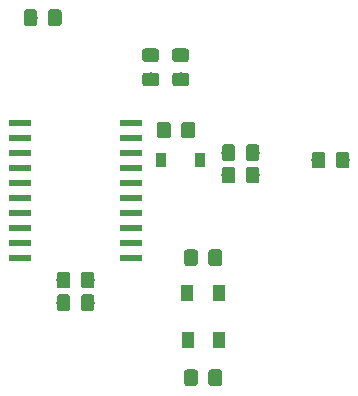
<source format=gbr>
G04 #@! TF.GenerationSoftware,KiCad,Pcbnew,(5.0.1)-4*
G04 #@! TF.CreationDate,2020-04-30T15:13:55+02:00*
G04 #@! TF.ProjectId,freqcounter,66726571636F756E7465722E6B696361,1*
G04 #@! TF.SameCoordinates,Original*
G04 #@! TF.FileFunction,Paste,Top*
G04 #@! TF.FilePolarity,Positive*
%FSLAX46Y46*%
G04 Gerber Fmt 4.6, Leading zero omitted, Abs format (unit mm)*
G04 Created by KiCad (PCBNEW (5.0.1)-4) date 30/04/2020 15:13:55*
%MOMM*%
%LPD*%
G01*
G04 APERTURE LIST*
%ADD10R,1.950000X0.600000*%
%ADD11C,0.100000*%
%ADD12C,1.150000*%
%ADD13R,0.900000X1.200000*%
%ADD14R,1.000000X1.400000*%
G04 APERTURE END LIST*
D10*
G04 #@! TO.C,U1*
X143130000Y-86995000D03*
X143130000Y-85725000D03*
X143130000Y-84455000D03*
X143130000Y-83185000D03*
X143130000Y-81915000D03*
X143130000Y-80645000D03*
X143130000Y-79375000D03*
X143130000Y-78105000D03*
X143130000Y-76835000D03*
X143130000Y-75565000D03*
X133730000Y-75565000D03*
X133730000Y-76835000D03*
X133730000Y-78105000D03*
X133730000Y-79375000D03*
X133730000Y-80645000D03*
X133730000Y-81915000D03*
X133730000Y-83185000D03*
X133730000Y-84455000D03*
X133730000Y-85725000D03*
X133730000Y-86995000D03*
G04 #@! TD*
D11*
G04 #@! TO.C,C1*
G36*
X137754505Y-90106204D02*
X137778773Y-90109804D01*
X137802572Y-90115765D01*
X137825671Y-90124030D01*
X137847850Y-90134520D01*
X137868893Y-90147132D01*
X137888599Y-90161747D01*
X137906777Y-90178223D01*
X137923253Y-90196401D01*
X137937868Y-90216107D01*
X137950480Y-90237150D01*
X137960970Y-90259329D01*
X137969235Y-90282428D01*
X137975196Y-90306227D01*
X137978796Y-90330495D01*
X137980000Y-90354999D01*
X137980000Y-91255001D01*
X137978796Y-91279505D01*
X137975196Y-91303773D01*
X137969235Y-91327572D01*
X137960970Y-91350671D01*
X137950480Y-91372850D01*
X137937868Y-91393893D01*
X137923253Y-91413599D01*
X137906777Y-91431777D01*
X137888599Y-91448253D01*
X137868893Y-91462868D01*
X137847850Y-91475480D01*
X137825671Y-91485970D01*
X137802572Y-91494235D01*
X137778773Y-91500196D01*
X137754505Y-91503796D01*
X137730001Y-91505000D01*
X137079999Y-91505000D01*
X137055495Y-91503796D01*
X137031227Y-91500196D01*
X137007428Y-91494235D01*
X136984329Y-91485970D01*
X136962150Y-91475480D01*
X136941107Y-91462868D01*
X136921401Y-91448253D01*
X136903223Y-91431777D01*
X136886747Y-91413599D01*
X136872132Y-91393893D01*
X136859520Y-91372850D01*
X136849030Y-91350671D01*
X136840765Y-91327572D01*
X136834804Y-91303773D01*
X136831204Y-91279505D01*
X136830000Y-91255001D01*
X136830000Y-90354999D01*
X136831204Y-90330495D01*
X136834804Y-90306227D01*
X136840765Y-90282428D01*
X136849030Y-90259329D01*
X136859520Y-90237150D01*
X136872132Y-90216107D01*
X136886747Y-90196401D01*
X136903223Y-90178223D01*
X136921401Y-90161747D01*
X136941107Y-90147132D01*
X136962150Y-90134520D01*
X136984329Y-90124030D01*
X137007428Y-90115765D01*
X137031227Y-90109804D01*
X137055495Y-90106204D01*
X137079999Y-90105000D01*
X137730001Y-90105000D01*
X137754505Y-90106204D01*
X137754505Y-90106204D01*
G37*
D12*
X137405000Y-90805000D03*
D11*
G36*
X139804505Y-90106204D02*
X139828773Y-90109804D01*
X139852572Y-90115765D01*
X139875671Y-90124030D01*
X139897850Y-90134520D01*
X139918893Y-90147132D01*
X139938599Y-90161747D01*
X139956777Y-90178223D01*
X139973253Y-90196401D01*
X139987868Y-90216107D01*
X140000480Y-90237150D01*
X140010970Y-90259329D01*
X140019235Y-90282428D01*
X140025196Y-90306227D01*
X140028796Y-90330495D01*
X140030000Y-90354999D01*
X140030000Y-91255001D01*
X140028796Y-91279505D01*
X140025196Y-91303773D01*
X140019235Y-91327572D01*
X140010970Y-91350671D01*
X140000480Y-91372850D01*
X139987868Y-91393893D01*
X139973253Y-91413599D01*
X139956777Y-91431777D01*
X139938599Y-91448253D01*
X139918893Y-91462868D01*
X139897850Y-91475480D01*
X139875671Y-91485970D01*
X139852572Y-91494235D01*
X139828773Y-91500196D01*
X139804505Y-91503796D01*
X139780001Y-91505000D01*
X139129999Y-91505000D01*
X139105495Y-91503796D01*
X139081227Y-91500196D01*
X139057428Y-91494235D01*
X139034329Y-91485970D01*
X139012150Y-91475480D01*
X138991107Y-91462868D01*
X138971401Y-91448253D01*
X138953223Y-91431777D01*
X138936747Y-91413599D01*
X138922132Y-91393893D01*
X138909520Y-91372850D01*
X138899030Y-91350671D01*
X138890765Y-91327572D01*
X138884804Y-91303773D01*
X138881204Y-91279505D01*
X138880000Y-91255001D01*
X138880000Y-90354999D01*
X138881204Y-90330495D01*
X138884804Y-90306227D01*
X138890765Y-90282428D01*
X138899030Y-90259329D01*
X138909520Y-90237150D01*
X138922132Y-90216107D01*
X138936747Y-90196401D01*
X138953223Y-90178223D01*
X138971401Y-90161747D01*
X138991107Y-90147132D01*
X139012150Y-90134520D01*
X139034329Y-90124030D01*
X139057428Y-90115765D01*
X139081227Y-90109804D01*
X139105495Y-90106204D01*
X139129999Y-90105000D01*
X139780001Y-90105000D01*
X139804505Y-90106204D01*
X139804505Y-90106204D01*
G37*
D12*
X139455000Y-90805000D03*
G04 #@! TD*
D11*
G04 #@! TO.C,C2*
G36*
X137754505Y-88201204D02*
X137778773Y-88204804D01*
X137802572Y-88210765D01*
X137825671Y-88219030D01*
X137847850Y-88229520D01*
X137868893Y-88242132D01*
X137888599Y-88256747D01*
X137906777Y-88273223D01*
X137923253Y-88291401D01*
X137937868Y-88311107D01*
X137950480Y-88332150D01*
X137960970Y-88354329D01*
X137969235Y-88377428D01*
X137975196Y-88401227D01*
X137978796Y-88425495D01*
X137980000Y-88449999D01*
X137980000Y-89350001D01*
X137978796Y-89374505D01*
X137975196Y-89398773D01*
X137969235Y-89422572D01*
X137960970Y-89445671D01*
X137950480Y-89467850D01*
X137937868Y-89488893D01*
X137923253Y-89508599D01*
X137906777Y-89526777D01*
X137888599Y-89543253D01*
X137868893Y-89557868D01*
X137847850Y-89570480D01*
X137825671Y-89580970D01*
X137802572Y-89589235D01*
X137778773Y-89595196D01*
X137754505Y-89598796D01*
X137730001Y-89600000D01*
X137079999Y-89600000D01*
X137055495Y-89598796D01*
X137031227Y-89595196D01*
X137007428Y-89589235D01*
X136984329Y-89580970D01*
X136962150Y-89570480D01*
X136941107Y-89557868D01*
X136921401Y-89543253D01*
X136903223Y-89526777D01*
X136886747Y-89508599D01*
X136872132Y-89488893D01*
X136859520Y-89467850D01*
X136849030Y-89445671D01*
X136840765Y-89422572D01*
X136834804Y-89398773D01*
X136831204Y-89374505D01*
X136830000Y-89350001D01*
X136830000Y-88449999D01*
X136831204Y-88425495D01*
X136834804Y-88401227D01*
X136840765Y-88377428D01*
X136849030Y-88354329D01*
X136859520Y-88332150D01*
X136872132Y-88311107D01*
X136886747Y-88291401D01*
X136903223Y-88273223D01*
X136921401Y-88256747D01*
X136941107Y-88242132D01*
X136962150Y-88229520D01*
X136984329Y-88219030D01*
X137007428Y-88210765D01*
X137031227Y-88204804D01*
X137055495Y-88201204D01*
X137079999Y-88200000D01*
X137730001Y-88200000D01*
X137754505Y-88201204D01*
X137754505Y-88201204D01*
G37*
D12*
X137405000Y-88900000D03*
D11*
G36*
X139804505Y-88201204D02*
X139828773Y-88204804D01*
X139852572Y-88210765D01*
X139875671Y-88219030D01*
X139897850Y-88229520D01*
X139918893Y-88242132D01*
X139938599Y-88256747D01*
X139956777Y-88273223D01*
X139973253Y-88291401D01*
X139987868Y-88311107D01*
X140000480Y-88332150D01*
X140010970Y-88354329D01*
X140019235Y-88377428D01*
X140025196Y-88401227D01*
X140028796Y-88425495D01*
X140030000Y-88449999D01*
X140030000Y-89350001D01*
X140028796Y-89374505D01*
X140025196Y-89398773D01*
X140019235Y-89422572D01*
X140010970Y-89445671D01*
X140000480Y-89467850D01*
X139987868Y-89488893D01*
X139973253Y-89508599D01*
X139956777Y-89526777D01*
X139938599Y-89543253D01*
X139918893Y-89557868D01*
X139897850Y-89570480D01*
X139875671Y-89580970D01*
X139852572Y-89589235D01*
X139828773Y-89595196D01*
X139804505Y-89598796D01*
X139780001Y-89600000D01*
X139129999Y-89600000D01*
X139105495Y-89598796D01*
X139081227Y-89595196D01*
X139057428Y-89589235D01*
X139034329Y-89580970D01*
X139012150Y-89570480D01*
X138991107Y-89557868D01*
X138971401Y-89543253D01*
X138953223Y-89526777D01*
X138936747Y-89508599D01*
X138922132Y-89488893D01*
X138909520Y-89467850D01*
X138899030Y-89445671D01*
X138890765Y-89422572D01*
X138884804Y-89398773D01*
X138881204Y-89374505D01*
X138880000Y-89350001D01*
X138880000Y-88449999D01*
X138881204Y-88425495D01*
X138884804Y-88401227D01*
X138890765Y-88377428D01*
X138899030Y-88354329D01*
X138909520Y-88332150D01*
X138922132Y-88311107D01*
X138936747Y-88291401D01*
X138953223Y-88273223D01*
X138971401Y-88256747D01*
X138991107Y-88242132D01*
X139012150Y-88229520D01*
X139034329Y-88219030D01*
X139057428Y-88210765D01*
X139081227Y-88204804D01*
X139105495Y-88201204D01*
X139129999Y-88200000D01*
X139780001Y-88200000D01*
X139804505Y-88201204D01*
X139804505Y-88201204D01*
G37*
D12*
X139455000Y-88900000D03*
G04 #@! TD*
D11*
G04 #@! TO.C,C3*
G36*
X153774505Y-79311204D02*
X153798773Y-79314804D01*
X153822572Y-79320765D01*
X153845671Y-79329030D01*
X153867850Y-79339520D01*
X153888893Y-79352132D01*
X153908599Y-79366747D01*
X153926777Y-79383223D01*
X153943253Y-79401401D01*
X153957868Y-79421107D01*
X153970480Y-79442150D01*
X153980970Y-79464329D01*
X153989235Y-79487428D01*
X153995196Y-79511227D01*
X153998796Y-79535495D01*
X154000000Y-79559999D01*
X154000000Y-80460001D01*
X153998796Y-80484505D01*
X153995196Y-80508773D01*
X153989235Y-80532572D01*
X153980970Y-80555671D01*
X153970480Y-80577850D01*
X153957868Y-80598893D01*
X153943253Y-80618599D01*
X153926777Y-80636777D01*
X153908599Y-80653253D01*
X153888893Y-80667868D01*
X153867850Y-80680480D01*
X153845671Y-80690970D01*
X153822572Y-80699235D01*
X153798773Y-80705196D01*
X153774505Y-80708796D01*
X153750001Y-80710000D01*
X153099999Y-80710000D01*
X153075495Y-80708796D01*
X153051227Y-80705196D01*
X153027428Y-80699235D01*
X153004329Y-80690970D01*
X152982150Y-80680480D01*
X152961107Y-80667868D01*
X152941401Y-80653253D01*
X152923223Y-80636777D01*
X152906747Y-80618599D01*
X152892132Y-80598893D01*
X152879520Y-80577850D01*
X152869030Y-80555671D01*
X152860765Y-80532572D01*
X152854804Y-80508773D01*
X152851204Y-80484505D01*
X152850000Y-80460001D01*
X152850000Y-79559999D01*
X152851204Y-79535495D01*
X152854804Y-79511227D01*
X152860765Y-79487428D01*
X152869030Y-79464329D01*
X152879520Y-79442150D01*
X152892132Y-79421107D01*
X152906747Y-79401401D01*
X152923223Y-79383223D01*
X152941401Y-79366747D01*
X152961107Y-79352132D01*
X152982150Y-79339520D01*
X153004329Y-79329030D01*
X153027428Y-79320765D01*
X153051227Y-79314804D01*
X153075495Y-79311204D01*
X153099999Y-79310000D01*
X153750001Y-79310000D01*
X153774505Y-79311204D01*
X153774505Y-79311204D01*
G37*
D12*
X153425000Y-80010000D03*
D11*
G36*
X151724505Y-79311204D02*
X151748773Y-79314804D01*
X151772572Y-79320765D01*
X151795671Y-79329030D01*
X151817850Y-79339520D01*
X151838893Y-79352132D01*
X151858599Y-79366747D01*
X151876777Y-79383223D01*
X151893253Y-79401401D01*
X151907868Y-79421107D01*
X151920480Y-79442150D01*
X151930970Y-79464329D01*
X151939235Y-79487428D01*
X151945196Y-79511227D01*
X151948796Y-79535495D01*
X151950000Y-79559999D01*
X151950000Y-80460001D01*
X151948796Y-80484505D01*
X151945196Y-80508773D01*
X151939235Y-80532572D01*
X151930970Y-80555671D01*
X151920480Y-80577850D01*
X151907868Y-80598893D01*
X151893253Y-80618599D01*
X151876777Y-80636777D01*
X151858599Y-80653253D01*
X151838893Y-80667868D01*
X151817850Y-80680480D01*
X151795671Y-80690970D01*
X151772572Y-80699235D01*
X151748773Y-80705196D01*
X151724505Y-80708796D01*
X151700001Y-80710000D01*
X151049999Y-80710000D01*
X151025495Y-80708796D01*
X151001227Y-80705196D01*
X150977428Y-80699235D01*
X150954329Y-80690970D01*
X150932150Y-80680480D01*
X150911107Y-80667868D01*
X150891401Y-80653253D01*
X150873223Y-80636777D01*
X150856747Y-80618599D01*
X150842132Y-80598893D01*
X150829520Y-80577850D01*
X150819030Y-80555671D01*
X150810765Y-80532572D01*
X150804804Y-80508773D01*
X150801204Y-80484505D01*
X150800000Y-80460001D01*
X150800000Y-79559999D01*
X150801204Y-79535495D01*
X150804804Y-79511227D01*
X150810765Y-79487428D01*
X150819030Y-79464329D01*
X150829520Y-79442150D01*
X150842132Y-79421107D01*
X150856747Y-79401401D01*
X150873223Y-79383223D01*
X150891401Y-79366747D01*
X150911107Y-79352132D01*
X150932150Y-79339520D01*
X150954329Y-79329030D01*
X150977428Y-79320765D01*
X151001227Y-79314804D01*
X151025495Y-79311204D01*
X151049999Y-79310000D01*
X151700001Y-79310000D01*
X151724505Y-79311204D01*
X151724505Y-79311204D01*
G37*
D12*
X151375000Y-80010000D03*
G04 #@! TD*
D11*
G04 #@! TO.C,C4*
G36*
X148549505Y-86296204D02*
X148573773Y-86299804D01*
X148597572Y-86305765D01*
X148620671Y-86314030D01*
X148642850Y-86324520D01*
X148663893Y-86337132D01*
X148683599Y-86351747D01*
X148701777Y-86368223D01*
X148718253Y-86386401D01*
X148732868Y-86406107D01*
X148745480Y-86427150D01*
X148755970Y-86449329D01*
X148764235Y-86472428D01*
X148770196Y-86496227D01*
X148773796Y-86520495D01*
X148775000Y-86544999D01*
X148775000Y-87445001D01*
X148773796Y-87469505D01*
X148770196Y-87493773D01*
X148764235Y-87517572D01*
X148755970Y-87540671D01*
X148745480Y-87562850D01*
X148732868Y-87583893D01*
X148718253Y-87603599D01*
X148701777Y-87621777D01*
X148683599Y-87638253D01*
X148663893Y-87652868D01*
X148642850Y-87665480D01*
X148620671Y-87675970D01*
X148597572Y-87684235D01*
X148573773Y-87690196D01*
X148549505Y-87693796D01*
X148525001Y-87695000D01*
X147874999Y-87695000D01*
X147850495Y-87693796D01*
X147826227Y-87690196D01*
X147802428Y-87684235D01*
X147779329Y-87675970D01*
X147757150Y-87665480D01*
X147736107Y-87652868D01*
X147716401Y-87638253D01*
X147698223Y-87621777D01*
X147681747Y-87603599D01*
X147667132Y-87583893D01*
X147654520Y-87562850D01*
X147644030Y-87540671D01*
X147635765Y-87517572D01*
X147629804Y-87493773D01*
X147626204Y-87469505D01*
X147625000Y-87445001D01*
X147625000Y-86544999D01*
X147626204Y-86520495D01*
X147629804Y-86496227D01*
X147635765Y-86472428D01*
X147644030Y-86449329D01*
X147654520Y-86427150D01*
X147667132Y-86406107D01*
X147681747Y-86386401D01*
X147698223Y-86368223D01*
X147716401Y-86351747D01*
X147736107Y-86337132D01*
X147757150Y-86324520D01*
X147779329Y-86314030D01*
X147802428Y-86305765D01*
X147826227Y-86299804D01*
X147850495Y-86296204D01*
X147874999Y-86295000D01*
X148525001Y-86295000D01*
X148549505Y-86296204D01*
X148549505Y-86296204D01*
G37*
D12*
X148200000Y-86995000D03*
D11*
G36*
X150599505Y-86296204D02*
X150623773Y-86299804D01*
X150647572Y-86305765D01*
X150670671Y-86314030D01*
X150692850Y-86324520D01*
X150713893Y-86337132D01*
X150733599Y-86351747D01*
X150751777Y-86368223D01*
X150768253Y-86386401D01*
X150782868Y-86406107D01*
X150795480Y-86427150D01*
X150805970Y-86449329D01*
X150814235Y-86472428D01*
X150820196Y-86496227D01*
X150823796Y-86520495D01*
X150825000Y-86544999D01*
X150825000Y-87445001D01*
X150823796Y-87469505D01*
X150820196Y-87493773D01*
X150814235Y-87517572D01*
X150805970Y-87540671D01*
X150795480Y-87562850D01*
X150782868Y-87583893D01*
X150768253Y-87603599D01*
X150751777Y-87621777D01*
X150733599Y-87638253D01*
X150713893Y-87652868D01*
X150692850Y-87665480D01*
X150670671Y-87675970D01*
X150647572Y-87684235D01*
X150623773Y-87690196D01*
X150599505Y-87693796D01*
X150575001Y-87695000D01*
X149924999Y-87695000D01*
X149900495Y-87693796D01*
X149876227Y-87690196D01*
X149852428Y-87684235D01*
X149829329Y-87675970D01*
X149807150Y-87665480D01*
X149786107Y-87652868D01*
X149766401Y-87638253D01*
X149748223Y-87621777D01*
X149731747Y-87603599D01*
X149717132Y-87583893D01*
X149704520Y-87562850D01*
X149694030Y-87540671D01*
X149685765Y-87517572D01*
X149679804Y-87493773D01*
X149676204Y-87469505D01*
X149675000Y-87445001D01*
X149675000Y-86544999D01*
X149676204Y-86520495D01*
X149679804Y-86496227D01*
X149685765Y-86472428D01*
X149694030Y-86449329D01*
X149704520Y-86427150D01*
X149717132Y-86406107D01*
X149731747Y-86386401D01*
X149748223Y-86368223D01*
X149766401Y-86351747D01*
X149786107Y-86337132D01*
X149807150Y-86324520D01*
X149829329Y-86314030D01*
X149852428Y-86305765D01*
X149876227Y-86299804D01*
X149900495Y-86296204D01*
X149924999Y-86295000D01*
X150575001Y-86295000D01*
X150599505Y-86296204D01*
X150599505Y-86296204D01*
G37*
D12*
X150250000Y-86995000D03*
G04 #@! TD*
D11*
G04 #@! TO.C,C5*
G36*
X150599505Y-96456204D02*
X150623773Y-96459804D01*
X150647572Y-96465765D01*
X150670671Y-96474030D01*
X150692850Y-96484520D01*
X150713893Y-96497132D01*
X150733599Y-96511747D01*
X150751777Y-96528223D01*
X150768253Y-96546401D01*
X150782868Y-96566107D01*
X150795480Y-96587150D01*
X150805970Y-96609329D01*
X150814235Y-96632428D01*
X150820196Y-96656227D01*
X150823796Y-96680495D01*
X150825000Y-96704999D01*
X150825000Y-97605001D01*
X150823796Y-97629505D01*
X150820196Y-97653773D01*
X150814235Y-97677572D01*
X150805970Y-97700671D01*
X150795480Y-97722850D01*
X150782868Y-97743893D01*
X150768253Y-97763599D01*
X150751777Y-97781777D01*
X150733599Y-97798253D01*
X150713893Y-97812868D01*
X150692850Y-97825480D01*
X150670671Y-97835970D01*
X150647572Y-97844235D01*
X150623773Y-97850196D01*
X150599505Y-97853796D01*
X150575001Y-97855000D01*
X149924999Y-97855000D01*
X149900495Y-97853796D01*
X149876227Y-97850196D01*
X149852428Y-97844235D01*
X149829329Y-97835970D01*
X149807150Y-97825480D01*
X149786107Y-97812868D01*
X149766401Y-97798253D01*
X149748223Y-97781777D01*
X149731747Y-97763599D01*
X149717132Y-97743893D01*
X149704520Y-97722850D01*
X149694030Y-97700671D01*
X149685765Y-97677572D01*
X149679804Y-97653773D01*
X149676204Y-97629505D01*
X149675000Y-97605001D01*
X149675000Y-96704999D01*
X149676204Y-96680495D01*
X149679804Y-96656227D01*
X149685765Y-96632428D01*
X149694030Y-96609329D01*
X149704520Y-96587150D01*
X149717132Y-96566107D01*
X149731747Y-96546401D01*
X149748223Y-96528223D01*
X149766401Y-96511747D01*
X149786107Y-96497132D01*
X149807150Y-96484520D01*
X149829329Y-96474030D01*
X149852428Y-96465765D01*
X149876227Y-96459804D01*
X149900495Y-96456204D01*
X149924999Y-96455000D01*
X150575001Y-96455000D01*
X150599505Y-96456204D01*
X150599505Y-96456204D01*
G37*
D12*
X150250000Y-97155000D03*
D11*
G36*
X148549505Y-96456204D02*
X148573773Y-96459804D01*
X148597572Y-96465765D01*
X148620671Y-96474030D01*
X148642850Y-96484520D01*
X148663893Y-96497132D01*
X148683599Y-96511747D01*
X148701777Y-96528223D01*
X148718253Y-96546401D01*
X148732868Y-96566107D01*
X148745480Y-96587150D01*
X148755970Y-96609329D01*
X148764235Y-96632428D01*
X148770196Y-96656227D01*
X148773796Y-96680495D01*
X148775000Y-96704999D01*
X148775000Y-97605001D01*
X148773796Y-97629505D01*
X148770196Y-97653773D01*
X148764235Y-97677572D01*
X148755970Y-97700671D01*
X148745480Y-97722850D01*
X148732868Y-97743893D01*
X148718253Y-97763599D01*
X148701777Y-97781777D01*
X148683599Y-97798253D01*
X148663893Y-97812868D01*
X148642850Y-97825480D01*
X148620671Y-97835970D01*
X148597572Y-97844235D01*
X148573773Y-97850196D01*
X148549505Y-97853796D01*
X148525001Y-97855000D01*
X147874999Y-97855000D01*
X147850495Y-97853796D01*
X147826227Y-97850196D01*
X147802428Y-97844235D01*
X147779329Y-97835970D01*
X147757150Y-97825480D01*
X147736107Y-97812868D01*
X147716401Y-97798253D01*
X147698223Y-97781777D01*
X147681747Y-97763599D01*
X147667132Y-97743893D01*
X147654520Y-97722850D01*
X147644030Y-97700671D01*
X147635765Y-97677572D01*
X147629804Y-97653773D01*
X147626204Y-97629505D01*
X147625000Y-97605001D01*
X147625000Y-96704999D01*
X147626204Y-96680495D01*
X147629804Y-96656227D01*
X147635765Y-96632428D01*
X147644030Y-96609329D01*
X147654520Y-96587150D01*
X147667132Y-96566107D01*
X147681747Y-96546401D01*
X147698223Y-96528223D01*
X147716401Y-96511747D01*
X147736107Y-96497132D01*
X147757150Y-96484520D01*
X147779329Y-96474030D01*
X147802428Y-96465765D01*
X147826227Y-96459804D01*
X147850495Y-96456204D01*
X147874999Y-96455000D01*
X148525001Y-96455000D01*
X148549505Y-96456204D01*
X148549505Y-96456204D01*
G37*
D12*
X148200000Y-97155000D03*
G04 #@! TD*
D13*
G04 #@! TO.C,D1*
X148970000Y-78740000D03*
X145670000Y-78740000D03*
G04 #@! TD*
D11*
G04 #@! TO.C,R1*
G36*
X159344505Y-78041204D02*
X159368773Y-78044804D01*
X159392572Y-78050765D01*
X159415671Y-78059030D01*
X159437850Y-78069520D01*
X159458893Y-78082132D01*
X159478599Y-78096747D01*
X159496777Y-78113223D01*
X159513253Y-78131401D01*
X159527868Y-78151107D01*
X159540480Y-78172150D01*
X159550970Y-78194329D01*
X159559235Y-78217428D01*
X159565196Y-78241227D01*
X159568796Y-78265495D01*
X159570000Y-78289999D01*
X159570000Y-79190001D01*
X159568796Y-79214505D01*
X159565196Y-79238773D01*
X159559235Y-79262572D01*
X159550970Y-79285671D01*
X159540480Y-79307850D01*
X159527868Y-79328893D01*
X159513253Y-79348599D01*
X159496777Y-79366777D01*
X159478599Y-79383253D01*
X159458893Y-79397868D01*
X159437850Y-79410480D01*
X159415671Y-79420970D01*
X159392572Y-79429235D01*
X159368773Y-79435196D01*
X159344505Y-79438796D01*
X159320001Y-79440000D01*
X158669999Y-79440000D01*
X158645495Y-79438796D01*
X158621227Y-79435196D01*
X158597428Y-79429235D01*
X158574329Y-79420970D01*
X158552150Y-79410480D01*
X158531107Y-79397868D01*
X158511401Y-79383253D01*
X158493223Y-79366777D01*
X158476747Y-79348599D01*
X158462132Y-79328893D01*
X158449520Y-79307850D01*
X158439030Y-79285671D01*
X158430765Y-79262572D01*
X158424804Y-79238773D01*
X158421204Y-79214505D01*
X158420000Y-79190001D01*
X158420000Y-78289999D01*
X158421204Y-78265495D01*
X158424804Y-78241227D01*
X158430765Y-78217428D01*
X158439030Y-78194329D01*
X158449520Y-78172150D01*
X158462132Y-78151107D01*
X158476747Y-78131401D01*
X158493223Y-78113223D01*
X158511401Y-78096747D01*
X158531107Y-78082132D01*
X158552150Y-78069520D01*
X158574329Y-78059030D01*
X158597428Y-78050765D01*
X158621227Y-78044804D01*
X158645495Y-78041204D01*
X158669999Y-78040000D01*
X159320001Y-78040000D01*
X159344505Y-78041204D01*
X159344505Y-78041204D01*
G37*
D12*
X158995000Y-78740000D03*
D11*
G36*
X161394505Y-78041204D02*
X161418773Y-78044804D01*
X161442572Y-78050765D01*
X161465671Y-78059030D01*
X161487850Y-78069520D01*
X161508893Y-78082132D01*
X161528599Y-78096747D01*
X161546777Y-78113223D01*
X161563253Y-78131401D01*
X161577868Y-78151107D01*
X161590480Y-78172150D01*
X161600970Y-78194329D01*
X161609235Y-78217428D01*
X161615196Y-78241227D01*
X161618796Y-78265495D01*
X161620000Y-78289999D01*
X161620000Y-79190001D01*
X161618796Y-79214505D01*
X161615196Y-79238773D01*
X161609235Y-79262572D01*
X161600970Y-79285671D01*
X161590480Y-79307850D01*
X161577868Y-79328893D01*
X161563253Y-79348599D01*
X161546777Y-79366777D01*
X161528599Y-79383253D01*
X161508893Y-79397868D01*
X161487850Y-79410480D01*
X161465671Y-79420970D01*
X161442572Y-79429235D01*
X161418773Y-79435196D01*
X161394505Y-79438796D01*
X161370001Y-79440000D01*
X160719999Y-79440000D01*
X160695495Y-79438796D01*
X160671227Y-79435196D01*
X160647428Y-79429235D01*
X160624329Y-79420970D01*
X160602150Y-79410480D01*
X160581107Y-79397868D01*
X160561401Y-79383253D01*
X160543223Y-79366777D01*
X160526747Y-79348599D01*
X160512132Y-79328893D01*
X160499520Y-79307850D01*
X160489030Y-79285671D01*
X160480765Y-79262572D01*
X160474804Y-79238773D01*
X160471204Y-79214505D01*
X160470000Y-79190001D01*
X160470000Y-78289999D01*
X160471204Y-78265495D01*
X160474804Y-78241227D01*
X160480765Y-78217428D01*
X160489030Y-78194329D01*
X160499520Y-78172150D01*
X160512132Y-78151107D01*
X160526747Y-78131401D01*
X160543223Y-78113223D01*
X160561401Y-78096747D01*
X160581107Y-78082132D01*
X160602150Y-78069520D01*
X160624329Y-78059030D01*
X160647428Y-78050765D01*
X160671227Y-78044804D01*
X160695495Y-78041204D01*
X160719999Y-78040000D01*
X161370001Y-78040000D01*
X161394505Y-78041204D01*
X161394505Y-78041204D01*
G37*
D12*
X161045000Y-78740000D03*
G04 #@! TD*
D11*
G04 #@! TO.C,R2*
G36*
X137019505Y-65976204D02*
X137043773Y-65979804D01*
X137067572Y-65985765D01*
X137090671Y-65994030D01*
X137112850Y-66004520D01*
X137133893Y-66017132D01*
X137153599Y-66031747D01*
X137171777Y-66048223D01*
X137188253Y-66066401D01*
X137202868Y-66086107D01*
X137215480Y-66107150D01*
X137225970Y-66129329D01*
X137234235Y-66152428D01*
X137240196Y-66176227D01*
X137243796Y-66200495D01*
X137245000Y-66224999D01*
X137245000Y-67125001D01*
X137243796Y-67149505D01*
X137240196Y-67173773D01*
X137234235Y-67197572D01*
X137225970Y-67220671D01*
X137215480Y-67242850D01*
X137202868Y-67263893D01*
X137188253Y-67283599D01*
X137171777Y-67301777D01*
X137153599Y-67318253D01*
X137133893Y-67332868D01*
X137112850Y-67345480D01*
X137090671Y-67355970D01*
X137067572Y-67364235D01*
X137043773Y-67370196D01*
X137019505Y-67373796D01*
X136995001Y-67375000D01*
X136344999Y-67375000D01*
X136320495Y-67373796D01*
X136296227Y-67370196D01*
X136272428Y-67364235D01*
X136249329Y-67355970D01*
X136227150Y-67345480D01*
X136206107Y-67332868D01*
X136186401Y-67318253D01*
X136168223Y-67301777D01*
X136151747Y-67283599D01*
X136137132Y-67263893D01*
X136124520Y-67242850D01*
X136114030Y-67220671D01*
X136105765Y-67197572D01*
X136099804Y-67173773D01*
X136096204Y-67149505D01*
X136095000Y-67125001D01*
X136095000Y-66224999D01*
X136096204Y-66200495D01*
X136099804Y-66176227D01*
X136105765Y-66152428D01*
X136114030Y-66129329D01*
X136124520Y-66107150D01*
X136137132Y-66086107D01*
X136151747Y-66066401D01*
X136168223Y-66048223D01*
X136186401Y-66031747D01*
X136206107Y-66017132D01*
X136227150Y-66004520D01*
X136249329Y-65994030D01*
X136272428Y-65985765D01*
X136296227Y-65979804D01*
X136320495Y-65976204D01*
X136344999Y-65975000D01*
X136995001Y-65975000D01*
X137019505Y-65976204D01*
X137019505Y-65976204D01*
G37*
D12*
X136670000Y-66675000D03*
D11*
G36*
X134969505Y-65976204D02*
X134993773Y-65979804D01*
X135017572Y-65985765D01*
X135040671Y-65994030D01*
X135062850Y-66004520D01*
X135083893Y-66017132D01*
X135103599Y-66031747D01*
X135121777Y-66048223D01*
X135138253Y-66066401D01*
X135152868Y-66086107D01*
X135165480Y-66107150D01*
X135175970Y-66129329D01*
X135184235Y-66152428D01*
X135190196Y-66176227D01*
X135193796Y-66200495D01*
X135195000Y-66224999D01*
X135195000Y-67125001D01*
X135193796Y-67149505D01*
X135190196Y-67173773D01*
X135184235Y-67197572D01*
X135175970Y-67220671D01*
X135165480Y-67242850D01*
X135152868Y-67263893D01*
X135138253Y-67283599D01*
X135121777Y-67301777D01*
X135103599Y-67318253D01*
X135083893Y-67332868D01*
X135062850Y-67345480D01*
X135040671Y-67355970D01*
X135017572Y-67364235D01*
X134993773Y-67370196D01*
X134969505Y-67373796D01*
X134945001Y-67375000D01*
X134294999Y-67375000D01*
X134270495Y-67373796D01*
X134246227Y-67370196D01*
X134222428Y-67364235D01*
X134199329Y-67355970D01*
X134177150Y-67345480D01*
X134156107Y-67332868D01*
X134136401Y-67318253D01*
X134118223Y-67301777D01*
X134101747Y-67283599D01*
X134087132Y-67263893D01*
X134074520Y-67242850D01*
X134064030Y-67220671D01*
X134055765Y-67197572D01*
X134049804Y-67173773D01*
X134046204Y-67149505D01*
X134045000Y-67125001D01*
X134045000Y-66224999D01*
X134046204Y-66200495D01*
X134049804Y-66176227D01*
X134055765Y-66152428D01*
X134064030Y-66129329D01*
X134074520Y-66107150D01*
X134087132Y-66086107D01*
X134101747Y-66066401D01*
X134118223Y-66048223D01*
X134136401Y-66031747D01*
X134156107Y-66017132D01*
X134177150Y-66004520D01*
X134199329Y-65994030D01*
X134222428Y-65985765D01*
X134246227Y-65979804D01*
X134270495Y-65976204D01*
X134294999Y-65975000D01*
X134945001Y-65975000D01*
X134969505Y-65976204D01*
X134969505Y-65976204D01*
G37*
D12*
X134620000Y-66675000D03*
G04 #@! TD*
D11*
G04 #@! TO.C,R3*
G36*
X146254505Y-75501204D02*
X146278773Y-75504804D01*
X146302572Y-75510765D01*
X146325671Y-75519030D01*
X146347850Y-75529520D01*
X146368893Y-75542132D01*
X146388599Y-75556747D01*
X146406777Y-75573223D01*
X146423253Y-75591401D01*
X146437868Y-75611107D01*
X146450480Y-75632150D01*
X146460970Y-75654329D01*
X146469235Y-75677428D01*
X146475196Y-75701227D01*
X146478796Y-75725495D01*
X146480000Y-75749999D01*
X146480000Y-76650001D01*
X146478796Y-76674505D01*
X146475196Y-76698773D01*
X146469235Y-76722572D01*
X146460970Y-76745671D01*
X146450480Y-76767850D01*
X146437868Y-76788893D01*
X146423253Y-76808599D01*
X146406777Y-76826777D01*
X146388599Y-76843253D01*
X146368893Y-76857868D01*
X146347850Y-76870480D01*
X146325671Y-76880970D01*
X146302572Y-76889235D01*
X146278773Y-76895196D01*
X146254505Y-76898796D01*
X146230001Y-76900000D01*
X145579999Y-76900000D01*
X145555495Y-76898796D01*
X145531227Y-76895196D01*
X145507428Y-76889235D01*
X145484329Y-76880970D01*
X145462150Y-76870480D01*
X145441107Y-76857868D01*
X145421401Y-76843253D01*
X145403223Y-76826777D01*
X145386747Y-76808599D01*
X145372132Y-76788893D01*
X145359520Y-76767850D01*
X145349030Y-76745671D01*
X145340765Y-76722572D01*
X145334804Y-76698773D01*
X145331204Y-76674505D01*
X145330000Y-76650001D01*
X145330000Y-75749999D01*
X145331204Y-75725495D01*
X145334804Y-75701227D01*
X145340765Y-75677428D01*
X145349030Y-75654329D01*
X145359520Y-75632150D01*
X145372132Y-75611107D01*
X145386747Y-75591401D01*
X145403223Y-75573223D01*
X145421401Y-75556747D01*
X145441107Y-75542132D01*
X145462150Y-75529520D01*
X145484329Y-75519030D01*
X145507428Y-75510765D01*
X145531227Y-75504804D01*
X145555495Y-75501204D01*
X145579999Y-75500000D01*
X146230001Y-75500000D01*
X146254505Y-75501204D01*
X146254505Y-75501204D01*
G37*
D12*
X145905000Y-76200000D03*
D11*
G36*
X148304505Y-75501204D02*
X148328773Y-75504804D01*
X148352572Y-75510765D01*
X148375671Y-75519030D01*
X148397850Y-75529520D01*
X148418893Y-75542132D01*
X148438599Y-75556747D01*
X148456777Y-75573223D01*
X148473253Y-75591401D01*
X148487868Y-75611107D01*
X148500480Y-75632150D01*
X148510970Y-75654329D01*
X148519235Y-75677428D01*
X148525196Y-75701227D01*
X148528796Y-75725495D01*
X148530000Y-75749999D01*
X148530000Y-76650001D01*
X148528796Y-76674505D01*
X148525196Y-76698773D01*
X148519235Y-76722572D01*
X148510970Y-76745671D01*
X148500480Y-76767850D01*
X148487868Y-76788893D01*
X148473253Y-76808599D01*
X148456777Y-76826777D01*
X148438599Y-76843253D01*
X148418893Y-76857868D01*
X148397850Y-76870480D01*
X148375671Y-76880970D01*
X148352572Y-76889235D01*
X148328773Y-76895196D01*
X148304505Y-76898796D01*
X148280001Y-76900000D01*
X147629999Y-76900000D01*
X147605495Y-76898796D01*
X147581227Y-76895196D01*
X147557428Y-76889235D01*
X147534329Y-76880970D01*
X147512150Y-76870480D01*
X147491107Y-76857868D01*
X147471401Y-76843253D01*
X147453223Y-76826777D01*
X147436747Y-76808599D01*
X147422132Y-76788893D01*
X147409520Y-76767850D01*
X147399030Y-76745671D01*
X147390765Y-76722572D01*
X147384804Y-76698773D01*
X147381204Y-76674505D01*
X147380000Y-76650001D01*
X147380000Y-75749999D01*
X147381204Y-75725495D01*
X147384804Y-75701227D01*
X147390765Y-75677428D01*
X147399030Y-75654329D01*
X147409520Y-75632150D01*
X147422132Y-75611107D01*
X147436747Y-75591401D01*
X147453223Y-75573223D01*
X147471401Y-75556747D01*
X147491107Y-75542132D01*
X147512150Y-75529520D01*
X147534329Y-75519030D01*
X147557428Y-75510765D01*
X147581227Y-75504804D01*
X147605495Y-75501204D01*
X147629999Y-75500000D01*
X148280001Y-75500000D01*
X148304505Y-75501204D01*
X148304505Y-75501204D01*
G37*
D12*
X147955000Y-76200000D03*
G04 #@! TD*
D11*
G04 #@! TO.C,R4*
G36*
X153774505Y-77406204D02*
X153798773Y-77409804D01*
X153822572Y-77415765D01*
X153845671Y-77424030D01*
X153867850Y-77434520D01*
X153888893Y-77447132D01*
X153908599Y-77461747D01*
X153926777Y-77478223D01*
X153943253Y-77496401D01*
X153957868Y-77516107D01*
X153970480Y-77537150D01*
X153980970Y-77559329D01*
X153989235Y-77582428D01*
X153995196Y-77606227D01*
X153998796Y-77630495D01*
X154000000Y-77654999D01*
X154000000Y-78555001D01*
X153998796Y-78579505D01*
X153995196Y-78603773D01*
X153989235Y-78627572D01*
X153980970Y-78650671D01*
X153970480Y-78672850D01*
X153957868Y-78693893D01*
X153943253Y-78713599D01*
X153926777Y-78731777D01*
X153908599Y-78748253D01*
X153888893Y-78762868D01*
X153867850Y-78775480D01*
X153845671Y-78785970D01*
X153822572Y-78794235D01*
X153798773Y-78800196D01*
X153774505Y-78803796D01*
X153750001Y-78805000D01*
X153099999Y-78805000D01*
X153075495Y-78803796D01*
X153051227Y-78800196D01*
X153027428Y-78794235D01*
X153004329Y-78785970D01*
X152982150Y-78775480D01*
X152961107Y-78762868D01*
X152941401Y-78748253D01*
X152923223Y-78731777D01*
X152906747Y-78713599D01*
X152892132Y-78693893D01*
X152879520Y-78672850D01*
X152869030Y-78650671D01*
X152860765Y-78627572D01*
X152854804Y-78603773D01*
X152851204Y-78579505D01*
X152850000Y-78555001D01*
X152850000Y-77654999D01*
X152851204Y-77630495D01*
X152854804Y-77606227D01*
X152860765Y-77582428D01*
X152869030Y-77559329D01*
X152879520Y-77537150D01*
X152892132Y-77516107D01*
X152906747Y-77496401D01*
X152923223Y-77478223D01*
X152941401Y-77461747D01*
X152961107Y-77447132D01*
X152982150Y-77434520D01*
X153004329Y-77424030D01*
X153027428Y-77415765D01*
X153051227Y-77409804D01*
X153075495Y-77406204D01*
X153099999Y-77405000D01*
X153750001Y-77405000D01*
X153774505Y-77406204D01*
X153774505Y-77406204D01*
G37*
D12*
X153425000Y-78105000D03*
D11*
G36*
X151724505Y-77406204D02*
X151748773Y-77409804D01*
X151772572Y-77415765D01*
X151795671Y-77424030D01*
X151817850Y-77434520D01*
X151838893Y-77447132D01*
X151858599Y-77461747D01*
X151876777Y-77478223D01*
X151893253Y-77496401D01*
X151907868Y-77516107D01*
X151920480Y-77537150D01*
X151930970Y-77559329D01*
X151939235Y-77582428D01*
X151945196Y-77606227D01*
X151948796Y-77630495D01*
X151950000Y-77654999D01*
X151950000Y-78555001D01*
X151948796Y-78579505D01*
X151945196Y-78603773D01*
X151939235Y-78627572D01*
X151930970Y-78650671D01*
X151920480Y-78672850D01*
X151907868Y-78693893D01*
X151893253Y-78713599D01*
X151876777Y-78731777D01*
X151858599Y-78748253D01*
X151838893Y-78762868D01*
X151817850Y-78775480D01*
X151795671Y-78785970D01*
X151772572Y-78794235D01*
X151748773Y-78800196D01*
X151724505Y-78803796D01*
X151700001Y-78805000D01*
X151049999Y-78805000D01*
X151025495Y-78803796D01*
X151001227Y-78800196D01*
X150977428Y-78794235D01*
X150954329Y-78785970D01*
X150932150Y-78775480D01*
X150911107Y-78762868D01*
X150891401Y-78748253D01*
X150873223Y-78731777D01*
X150856747Y-78713599D01*
X150842132Y-78693893D01*
X150829520Y-78672850D01*
X150819030Y-78650671D01*
X150810765Y-78627572D01*
X150804804Y-78603773D01*
X150801204Y-78579505D01*
X150800000Y-78555001D01*
X150800000Y-77654999D01*
X150801204Y-77630495D01*
X150804804Y-77606227D01*
X150810765Y-77582428D01*
X150819030Y-77559329D01*
X150829520Y-77537150D01*
X150842132Y-77516107D01*
X150856747Y-77496401D01*
X150873223Y-77478223D01*
X150891401Y-77461747D01*
X150911107Y-77447132D01*
X150932150Y-77434520D01*
X150954329Y-77424030D01*
X150977428Y-77415765D01*
X151001227Y-77409804D01*
X151025495Y-77406204D01*
X151049999Y-77405000D01*
X151700001Y-77405000D01*
X151724505Y-77406204D01*
X151724505Y-77406204D01*
G37*
D12*
X151375000Y-78105000D03*
G04 #@! TD*
D14*
G04 #@! TO.C,U2*
X147855000Y-89980000D03*
X147955000Y-93980000D03*
X150555000Y-93980000D03*
X150555000Y-89980000D03*
G04 #@! TD*
D11*
G04 #@! TO.C,R5*
G36*
X145254505Y-71326204D02*
X145278773Y-71329804D01*
X145302572Y-71335765D01*
X145325671Y-71344030D01*
X145347850Y-71354520D01*
X145368893Y-71367132D01*
X145388599Y-71381747D01*
X145406777Y-71398223D01*
X145423253Y-71416401D01*
X145437868Y-71436107D01*
X145450480Y-71457150D01*
X145460970Y-71479329D01*
X145469235Y-71502428D01*
X145475196Y-71526227D01*
X145478796Y-71550495D01*
X145480000Y-71574999D01*
X145480000Y-72225001D01*
X145478796Y-72249505D01*
X145475196Y-72273773D01*
X145469235Y-72297572D01*
X145460970Y-72320671D01*
X145450480Y-72342850D01*
X145437868Y-72363893D01*
X145423253Y-72383599D01*
X145406777Y-72401777D01*
X145388599Y-72418253D01*
X145368893Y-72432868D01*
X145347850Y-72445480D01*
X145325671Y-72455970D01*
X145302572Y-72464235D01*
X145278773Y-72470196D01*
X145254505Y-72473796D01*
X145230001Y-72475000D01*
X144329999Y-72475000D01*
X144305495Y-72473796D01*
X144281227Y-72470196D01*
X144257428Y-72464235D01*
X144234329Y-72455970D01*
X144212150Y-72445480D01*
X144191107Y-72432868D01*
X144171401Y-72418253D01*
X144153223Y-72401777D01*
X144136747Y-72383599D01*
X144122132Y-72363893D01*
X144109520Y-72342850D01*
X144099030Y-72320671D01*
X144090765Y-72297572D01*
X144084804Y-72273773D01*
X144081204Y-72249505D01*
X144080000Y-72225001D01*
X144080000Y-71574999D01*
X144081204Y-71550495D01*
X144084804Y-71526227D01*
X144090765Y-71502428D01*
X144099030Y-71479329D01*
X144109520Y-71457150D01*
X144122132Y-71436107D01*
X144136747Y-71416401D01*
X144153223Y-71398223D01*
X144171401Y-71381747D01*
X144191107Y-71367132D01*
X144212150Y-71354520D01*
X144234329Y-71344030D01*
X144257428Y-71335765D01*
X144281227Y-71329804D01*
X144305495Y-71326204D01*
X144329999Y-71325000D01*
X145230001Y-71325000D01*
X145254505Y-71326204D01*
X145254505Y-71326204D01*
G37*
D12*
X144780000Y-71900000D03*
D11*
G36*
X145254505Y-69276204D02*
X145278773Y-69279804D01*
X145302572Y-69285765D01*
X145325671Y-69294030D01*
X145347850Y-69304520D01*
X145368893Y-69317132D01*
X145388599Y-69331747D01*
X145406777Y-69348223D01*
X145423253Y-69366401D01*
X145437868Y-69386107D01*
X145450480Y-69407150D01*
X145460970Y-69429329D01*
X145469235Y-69452428D01*
X145475196Y-69476227D01*
X145478796Y-69500495D01*
X145480000Y-69524999D01*
X145480000Y-70175001D01*
X145478796Y-70199505D01*
X145475196Y-70223773D01*
X145469235Y-70247572D01*
X145460970Y-70270671D01*
X145450480Y-70292850D01*
X145437868Y-70313893D01*
X145423253Y-70333599D01*
X145406777Y-70351777D01*
X145388599Y-70368253D01*
X145368893Y-70382868D01*
X145347850Y-70395480D01*
X145325671Y-70405970D01*
X145302572Y-70414235D01*
X145278773Y-70420196D01*
X145254505Y-70423796D01*
X145230001Y-70425000D01*
X144329999Y-70425000D01*
X144305495Y-70423796D01*
X144281227Y-70420196D01*
X144257428Y-70414235D01*
X144234329Y-70405970D01*
X144212150Y-70395480D01*
X144191107Y-70382868D01*
X144171401Y-70368253D01*
X144153223Y-70351777D01*
X144136747Y-70333599D01*
X144122132Y-70313893D01*
X144109520Y-70292850D01*
X144099030Y-70270671D01*
X144090765Y-70247572D01*
X144084804Y-70223773D01*
X144081204Y-70199505D01*
X144080000Y-70175001D01*
X144080000Y-69524999D01*
X144081204Y-69500495D01*
X144084804Y-69476227D01*
X144090765Y-69452428D01*
X144099030Y-69429329D01*
X144109520Y-69407150D01*
X144122132Y-69386107D01*
X144136747Y-69366401D01*
X144153223Y-69348223D01*
X144171401Y-69331747D01*
X144191107Y-69317132D01*
X144212150Y-69304520D01*
X144234329Y-69294030D01*
X144257428Y-69285765D01*
X144281227Y-69279804D01*
X144305495Y-69276204D01*
X144329999Y-69275000D01*
X145230001Y-69275000D01*
X145254505Y-69276204D01*
X145254505Y-69276204D01*
G37*
D12*
X144780000Y-69850000D03*
G04 #@! TD*
D11*
G04 #@! TO.C,R6*
G36*
X147794505Y-69276204D02*
X147818773Y-69279804D01*
X147842572Y-69285765D01*
X147865671Y-69294030D01*
X147887850Y-69304520D01*
X147908893Y-69317132D01*
X147928599Y-69331747D01*
X147946777Y-69348223D01*
X147963253Y-69366401D01*
X147977868Y-69386107D01*
X147990480Y-69407150D01*
X148000970Y-69429329D01*
X148009235Y-69452428D01*
X148015196Y-69476227D01*
X148018796Y-69500495D01*
X148020000Y-69524999D01*
X148020000Y-70175001D01*
X148018796Y-70199505D01*
X148015196Y-70223773D01*
X148009235Y-70247572D01*
X148000970Y-70270671D01*
X147990480Y-70292850D01*
X147977868Y-70313893D01*
X147963253Y-70333599D01*
X147946777Y-70351777D01*
X147928599Y-70368253D01*
X147908893Y-70382868D01*
X147887850Y-70395480D01*
X147865671Y-70405970D01*
X147842572Y-70414235D01*
X147818773Y-70420196D01*
X147794505Y-70423796D01*
X147770001Y-70425000D01*
X146869999Y-70425000D01*
X146845495Y-70423796D01*
X146821227Y-70420196D01*
X146797428Y-70414235D01*
X146774329Y-70405970D01*
X146752150Y-70395480D01*
X146731107Y-70382868D01*
X146711401Y-70368253D01*
X146693223Y-70351777D01*
X146676747Y-70333599D01*
X146662132Y-70313893D01*
X146649520Y-70292850D01*
X146639030Y-70270671D01*
X146630765Y-70247572D01*
X146624804Y-70223773D01*
X146621204Y-70199505D01*
X146620000Y-70175001D01*
X146620000Y-69524999D01*
X146621204Y-69500495D01*
X146624804Y-69476227D01*
X146630765Y-69452428D01*
X146639030Y-69429329D01*
X146649520Y-69407150D01*
X146662132Y-69386107D01*
X146676747Y-69366401D01*
X146693223Y-69348223D01*
X146711401Y-69331747D01*
X146731107Y-69317132D01*
X146752150Y-69304520D01*
X146774329Y-69294030D01*
X146797428Y-69285765D01*
X146821227Y-69279804D01*
X146845495Y-69276204D01*
X146869999Y-69275000D01*
X147770001Y-69275000D01*
X147794505Y-69276204D01*
X147794505Y-69276204D01*
G37*
D12*
X147320000Y-69850000D03*
D11*
G36*
X147794505Y-71326204D02*
X147818773Y-71329804D01*
X147842572Y-71335765D01*
X147865671Y-71344030D01*
X147887850Y-71354520D01*
X147908893Y-71367132D01*
X147928599Y-71381747D01*
X147946777Y-71398223D01*
X147963253Y-71416401D01*
X147977868Y-71436107D01*
X147990480Y-71457150D01*
X148000970Y-71479329D01*
X148009235Y-71502428D01*
X148015196Y-71526227D01*
X148018796Y-71550495D01*
X148020000Y-71574999D01*
X148020000Y-72225001D01*
X148018796Y-72249505D01*
X148015196Y-72273773D01*
X148009235Y-72297572D01*
X148000970Y-72320671D01*
X147990480Y-72342850D01*
X147977868Y-72363893D01*
X147963253Y-72383599D01*
X147946777Y-72401777D01*
X147928599Y-72418253D01*
X147908893Y-72432868D01*
X147887850Y-72445480D01*
X147865671Y-72455970D01*
X147842572Y-72464235D01*
X147818773Y-72470196D01*
X147794505Y-72473796D01*
X147770001Y-72475000D01*
X146869999Y-72475000D01*
X146845495Y-72473796D01*
X146821227Y-72470196D01*
X146797428Y-72464235D01*
X146774329Y-72455970D01*
X146752150Y-72445480D01*
X146731107Y-72432868D01*
X146711401Y-72418253D01*
X146693223Y-72401777D01*
X146676747Y-72383599D01*
X146662132Y-72363893D01*
X146649520Y-72342850D01*
X146639030Y-72320671D01*
X146630765Y-72297572D01*
X146624804Y-72273773D01*
X146621204Y-72249505D01*
X146620000Y-72225001D01*
X146620000Y-71574999D01*
X146621204Y-71550495D01*
X146624804Y-71526227D01*
X146630765Y-71502428D01*
X146639030Y-71479329D01*
X146649520Y-71457150D01*
X146662132Y-71436107D01*
X146676747Y-71416401D01*
X146693223Y-71398223D01*
X146711401Y-71381747D01*
X146731107Y-71367132D01*
X146752150Y-71354520D01*
X146774329Y-71344030D01*
X146797428Y-71335765D01*
X146821227Y-71329804D01*
X146845495Y-71326204D01*
X146869999Y-71325000D01*
X147770001Y-71325000D01*
X147794505Y-71326204D01*
X147794505Y-71326204D01*
G37*
D12*
X147320000Y-71900000D03*
G04 #@! TD*
M02*

</source>
